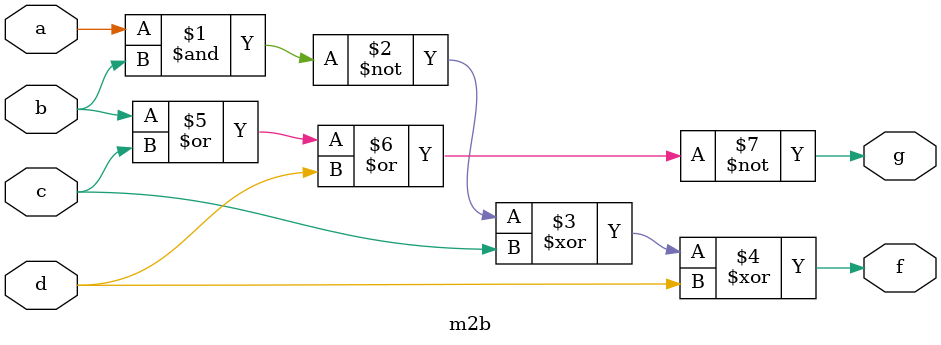
<source format=v>
module m2b(f,g,a,b,c,d);
input a,b,c,d;
output f,g;

assign f = ((~(a&b)^c^d));
assign g = (~(b|c|d));

endmodule

















</source>
